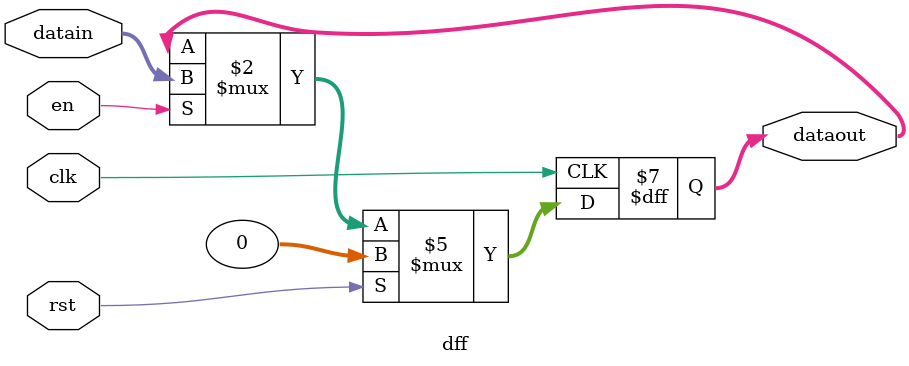
<source format=v>
`timescale 1ns / 1ps
module dff #(parameter WIDTH = 32) ( //Data Flip-Flop 
    input clk,
	 input en,
	 input rst,
    input [WIDTH-1:0] datain,
    output reg [WIDTH-1:0] dataout
    );
	always@(posedge clk)
	begin
		if(rst)
			dataout <= 0;
		else if(en)
			dataout <= datain;
	end
endmodule

</source>
